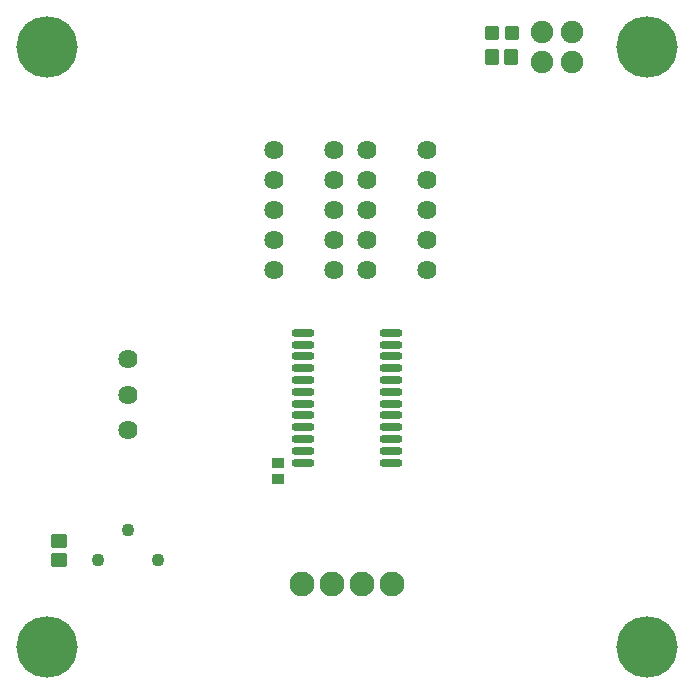
<source format=gts>
G04 Layer: TopSolderMaskLayer*
G04 Panelize: , Column: 2, Row: 2, Board Size: 58.42mm x 58.42mm, Panelized Board Size: 118.84mm x 118.84mm*
G04 EasyEDA v6.5.34, 2023-08-21 18:11:39*
G04 19270923be3647babfd756aece9be4b9,5a6b42c53f6a479593ecc07194224c93,10*
G04 Gerber Generator version 0.2*
G04 Scale: 100 percent, Rotated: No, Reflected: No *
G04 Dimensions in millimeters *
G04 leading zeros omitted , absolute positions ,4 integer and 5 decimal *
%FSLAX45Y45*%
%MOMM*%

%AMMACRO1*1,1,$1,$2,$3*1,1,$1,$4,$5*1,1,$1,0-$2,0-$3*1,1,$1,0-$4,0-$5*20,1,$1,$2,$3,$4,$5,0*20,1,$1,$4,$5,0-$2,0-$3,0*20,1,$1,0-$2,0-$3,0-$4,0-$5,0*20,1,$1,0-$4,0-$5,$2,$3,0*4,1,4,$2,$3,$4,$5,0-$2,0-$3,0-$4,0-$5,$2,$3,0*%
%ADD10C,1.1016*%
%ADD11MACRO1,0.2032X0.55X0.5X0.55X-0.5*%
%ADD12O,1.9626072000000003X0.6615938*%
%ADD13MACRO1,0.2032X-0.45X-0.5X-0.45X0.5*%
%ADD14MACRO1,0.2032X0.5X-0.55X-0.5X-0.55*%
%ADD15C,1.6256*%
%ADD16MACRO1,0.1016X-0.45X-0.4X-0.45X0.4*%
%ADD17C,5.2032*%
%ADD18C,2.1016*%
%ADD19C,1.9016*%

%LPD*%
D10*
G01*
X1320800Y1117600D03*
G01*
X1066800Y1371600D03*
G01*
X812800Y1117600D03*
D11*
G01*
X482600Y1113789D03*
G01*
X482600Y1273789D03*
D12*
G01*
X3294049Y1939188D03*
G01*
X3294049Y2039188D03*
G01*
X3294049Y2139187D03*
G01*
X3294049Y2239187D03*
G01*
X3294049Y2339187D03*
G01*
X3294049Y2439187D03*
G01*
X3294049Y2539187D03*
G01*
X3294049Y2639187D03*
G01*
X3294049Y2739186D03*
G01*
X3294049Y2839186D03*
G01*
X3294049Y2939186D03*
G01*
X3294049Y3039186D03*
G01*
X2547950Y1939188D03*
G01*
X2547950Y2039188D03*
G01*
X2547950Y2139187D03*
G01*
X2547950Y2239187D03*
G01*
X2547950Y2339187D03*
G01*
X2547950Y2439187D03*
G01*
X2547950Y2539187D03*
G01*
X2547950Y2639187D03*
G01*
X2547950Y2739186D03*
G01*
X2547950Y2839186D03*
G01*
X2547950Y2939186D03*
G01*
X2547950Y3039186D03*
D13*
G01*
X4144091Y5575292D03*
G01*
X4314090Y5575292D03*
D14*
G01*
X4149092Y5372100D03*
G01*
X4309092Y5372100D03*
D15*
G01*
X3086100Y4584700D03*
G01*
X3086100Y4330700D03*
G01*
X3086100Y4076700D03*
G01*
X3086100Y3822700D03*
G01*
X3086100Y3568700D03*
G01*
X3594100Y3568700D03*
G01*
X3594100Y3822700D03*
G01*
X3594100Y4076700D03*
G01*
X3594100Y4330700D03*
G01*
X3594100Y4584700D03*
G01*
X2298700Y4584700D03*
G01*
X2298700Y4330700D03*
G01*
X2298700Y4076700D03*
G01*
X2298700Y3822700D03*
G01*
X2298700Y3568700D03*
G01*
X2806700Y3568700D03*
G01*
X2806700Y3822700D03*
G01*
X2806700Y4076700D03*
G01*
X2806700Y4330700D03*
G01*
X2806700Y4584700D03*
D16*
G01*
X2336794Y1936897D03*
G01*
X2336794Y1796897D03*
D17*
G01*
X381000Y5461000D03*
G01*
X5461000Y5461000D03*
G01*
X5461000Y381000D03*
G01*
X381000Y381000D03*
D18*
G01*
X3048000Y914400D03*
G01*
X2794000Y914400D03*
G01*
X2540000Y914400D03*
G01*
X3302000Y914400D03*
D19*
G01*
X4572000Y5588000D03*
G01*
X4572000Y5334000D03*
G01*
X4826000Y5334000D03*
G01*
X4826000Y5588000D03*
D15*
G01*
X1066800Y2814599D03*
G01*
X1066800Y2214600D03*
G01*
X1066800Y2514600D03*
M02*

</source>
